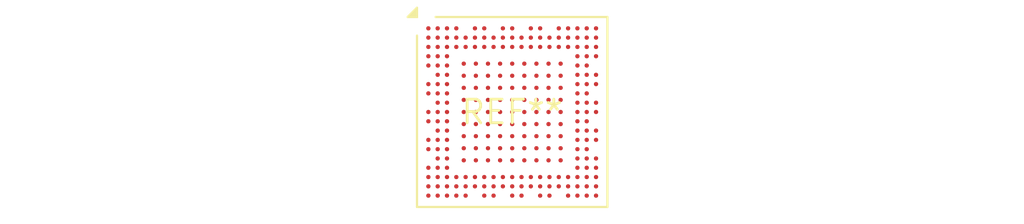
<source format=kicad_pcb>
(kicad_pcb (version 20240108) (generator pcbnew)
  (layers (0 "F.Cu" signal) (31 "B.Cu" signal) (34 "B.Paste" user) (35 "F.Paste" user) (36 "B.SilkS" user "B.Silkscreen") (37 "F.SilkS" user "F.Silkscreen") (38 "B.Mask" user) (39 "F.Mask" user) (44 "Edge.Cuts" user))
  (net 0 "")
  (footprint "ST_TFBGA-257_10x10mm_Layout19x19_P0.5mmP0.65mm" (layer "F.Cu") (at 0 0)
    (property "Reference" "REF**")
    (property "Value" "ST_TFBGA-257_10x10mm_Layout19x19_P0.5mmP0.65mm")
    (fp_line (start -5.11 5.11) (end -5.11 -4.11) (layer "F.SilkS") (stroke (width 0.12)))
    (fp_line (start -4.11 -5.11) (end 5.11 -5.11) (layer "F.SilkS") (stroke (width 0.12)))
    (fp_line (start 5.11 -5.11) (end 5.11 5.11) (layer "F.SilkS") (stroke (width 0.12)))
    (fp_line (start 5.11 5.11) (end -5.11 5.11) (layer "F.SilkS") (stroke (width 0.12)))
    (fp_poly (pts (xy -5.11 -5.11) (xy -5.61 -5.11) (xy -5.11 -5.61) (xy -5.11 -5.11)) (layer "F.SilkS") (stroke (width 0.12)) (fill solid))
    (pad "1A1" smd circle (at -2.6 -2.6) (size 0.23 0.23) (property pad_prop_bga) (layers "F.Cu" "F.Paste" "F.Mask"))
    (pad "1A2" smd circle (at -1.95 -2.6) (size 0.23 0.23) (property pad_prop_bga) (layers "F.Cu" "F.Paste" "F.Mask"))
    (pad "1A3" smd circle (at -1.3 -2.6) (size 0.23 0.23) (property pad_prop_bga) (layers "F.Cu" "F.Paste" "F.Mask"))
    (pad "1A4" smd circle (at -0.65 -2.6) (size 0.23 0.23) (property pad_prop_bga) (layers "F.Cu" "F.Paste" "F.Mask"))
    (pad "1A5" smd circle (at 0 -2.6) (size 0.23 0.23) (property pad_prop_bga) (layers "F.Cu" "F.Paste" "F.Mask"))
    (pad "1A6" smd circle (at 0.65 -2.6) (size 0.23 0.23) (property pad_prop_bga) (layers "F.Cu" "F.Paste" "F.Mask"))
    (pad "1A7" smd circle (at 1.3 -2.6) (size 0.23 0.23) (property pad_prop_bga) (layers "F.Cu" "F.Paste" "F.Mask"))
    (pad "1A8" smd circle (at 1.95 -2.6) (size 0.23 0.23) (property pad_prop_bga) (layers "F.Cu" "F.Paste" "F.Mask"))
    (pad "1A9" smd circle (at 2.6 -2.6) (size 0.23 0.23) (property pad_prop_bga) (layers "F.Cu" "F.Paste" "F.Mask"))
    (pad "1B1" smd circle (at -2.6 -1.95) (size 0.23 0.23) (property pad_prop_bga) (layers "F.Cu" "F.Paste" "F.Mask"))
    (pad "1B2" smd circle (at -1.95 -1.95) (size 0.23 0.23) (property pad_prop_bga) (layers "F.Cu" "F.Paste" "F.Mask"))
    (pad "1B3" smd circle (at -1.3 -1.95) (size 0.23 0.23) (property pad_prop_bga) (layers "F.Cu" "F.Paste" "F.Mask"))
    (pad "1B4" smd circle (at -0.65 -1.95) (size 0.23 0.23) (property pad_prop_bga) (layers "F.Cu" "F.Paste" "F.Mask"))
    (pad "1B5" smd circle (at 0 -1.95) (size 0.23 0.23) (property pad_prop_bga) (layers "F.Cu" "F.Paste" "F.Mask"))
    (pad "1B6" smd circle (at 0.65 -1.95) (size 0.23 0.23) (property pad_prop_bga) (layers "F.Cu" "F.Paste" "F.Mask"))
    (pad "1B7" smd circle (at 1.3 -1.95) (size 0.23 0.23) (property pad_prop_bga) (layers "F.Cu" "F.Paste" "F.Mask"))
    (pad "1B8" smd circle (at 1.95 -1.95) (size 0.23 0.23) (property pad_prop_bga) (layers "F.Cu" "F.Paste" "F.Mask"))
    (pad "1B9" smd circle (at 2.6 -1.95) (size 0.23 0.23) (property pad_prop_bga) (layers "F.Cu" "F.Paste" "F.Mask"))
    (pad "1C1" smd circle (at -2.6 -1.3) (size 0.23 0.23) (property pad_prop_bga) (layers "F.Cu" "F.Paste" "F.Mask"))
    (pad "1C2" smd circle (at -1.95 -1.3) (size 0.23 0.23) (property pad_prop_bga) (layers "F.Cu" "F.Paste" "F.Mask"))
    (pad "1C3" smd circle (at -1.3 -1.3) (size 0.23 0.23) (property pad_prop_bga) (layers "F.Cu" "F.Paste" "F.Mask"))
    (pad "1C4" smd circle (at -0.65 -1.3) (size 0.23 0.23) (property pad_prop_bga) (layers "F.Cu" "F.Paste" "F.Mask"))
    (pad "1C5" smd circle (at 0 -1.3) (size 0.23 0.23) (property pad_prop_bga) (layers "F.Cu" "F.Paste" "F.Mask"))
    (pad "1C6" smd circle (at 0.65 -1.3) (size 0.23 0.23) (property pad_prop_bga) (layers "F.Cu" "F.Paste" "F.Mask"))
    (pad "1C7" smd circle (at 1.3 -1.3) (size 0.23 0.23) (property pad_prop_bga) (layers "F.Cu" "F.Paste" "F.Mask"))
    (pad "1C8" smd circle (at 1.95 -1.3) (size 0.23 0.23) (property pad_prop_bga) (layers "F.Cu" "F.Paste" "F.Mask"))
    (pad "1C9" smd circle (at 2.6 -1.3) (size 0.23 0.23) (property pad_prop_bga) (layers "F.Cu" "F.Paste" "F.Mask"))
    (pad "1D1" smd circle (at -2.6 -0.65) (size 0.23 0.23) (property pad_prop_bga) (layers "F.Cu" "F.Paste" "F.Mask"))
    (pad "1D2" smd circle (at -1.95 -0.65) (size 0.23 0.23) (property pad_prop_bga) (layers "F.Cu" "F.Paste" "F.Mask"))
    (pad "1D3" smd circle (at -1.3 -0.65) (size 0.23 0.23) (property pad_prop_bga) (layers "F.Cu" "F.Paste" "F.Mask"))
    (pad "1D4" smd circle (at -0.65 -0.65) (size 0.23 0.23) (property pad_prop_bga) (layers "F.Cu" "F.Paste" "F.Mask"))
    (pad "1D5" smd circle (at 0 -0.65) (size 0.23 0.23) (property pad_prop_bga) (layers "F.Cu" "F.Paste" "F.Mask"))
    (pad "1D6" smd circle (at 0.65 -0.65) (size 0.23 0.23) (property pad_prop_bga) (layers "F.Cu" "F.Paste" "F.Mask"))
    (pad "1D7" smd circle (at 1.3 -0.65) (size 0.23 0.23) (property pad_prop_bga) (layers "F.Cu" "F.Paste" "F.Mask"))
    (pad "1D8" smd circle (at 1.95 -0.65) (size 0.23 0.23) (property pad_prop_bga) (layers "F.Cu" "F.Paste" "F.Mask"))
    (pad "1D9" smd circle (at 2.6 -0.65) (size 0.23 0.23) (property pad_prop_bga) (layers "F.Cu" "F.Paste" "F.Mask"))
    (pad "1E1" smd circle (at -2.6 0) (size 0.23 0.23) (property pad_prop_bga) (layers "F.Cu" "F.Paste" "F.Mask"))
    (pad "1E2" smd circle (at -1.95 0) (size 0.23 0.23) (property pad_prop_bga) (layers "F.Cu" "F.Paste" "F.Mask"))
    (pad "1E3" smd circle (at -1.3 0) (size 0.23 0.23) (property pad_prop_bga) (layers "F.Cu" "F.Paste" "F.Mask"))
    (pad "1E4" smd circle (at -0.65 0) (size 0.23 0.23) (property pad_prop_bga) (layers "F.Cu" "F.Paste" "F.Mask"))
    (pad "1E5" smd circle (at 0 0) (size 0.23 0.23) (property pad_prop_bga) (layers "F.Cu" "F.Paste" "F.Mask"))
    (pad "1E6" smd circle (at 0.65 0) (size 0.23 0.23) (property pad_prop_bga) (layers "F.Cu" "F.Paste" "F.Mask"))
    (pad "1E7" smd circle (at 1.3 0) (size 0.23 0.23) (property pad_prop_bga) (layers "F.Cu" "F.Paste" "F.Mask"))
    (pad "1E8" smd circle (at 1.95 0) (size 0.23 0.23) (property pad_prop_bga) (layers "F.Cu" "F.Paste" "F.Mask"))
    (pad "1E9" smd circle (at 2.6 0) (size 0.23 0.23) (property pad_prop_bga) (layers "F.Cu" "F.Paste" "F.Mask"))
    (pad "1F1" smd circle (at -2.6 0.65) (size 0.23 0.23) (property pad_prop_bga) (layers "F.Cu" "F.Paste" "F.Mask"))
    (pad "1F2" smd circle (at -1.95 0.65) (size 0.23 0.23) (property pad_prop_bga) (layers "F.Cu" "F.Paste" "F.Mask"))
    (pad "1F3" smd circle (at -1.3 0.65) (size 0.23 0.23) (property pad_prop_bga) (layers "F.Cu" "F.Paste" "F.Mask"))
    (pad "1F4" smd circle (at -0.65 0.65) (size 0.23 0.23) (property pad_prop_bga) (layers "F.Cu" "F.Paste" "F.Mask"))
    (pad "1F5" smd circle (at 0 0.65) (size 0.23 0.23) (property pad_prop_bga) (layers "F.Cu" "F.Paste" "F.Mask"))
    (pad "1F6" smd circle (at 0.65 0.65) (size 0.23 0.23) (property pad_prop_bga) (layers "F.Cu" "F.Paste" "F.Mask"))
    (pad "1F7" smd circle (at 1.3 0.65) (size 0.23 0.23) (property pad_prop_bga) (layers "F.Cu" "F.Paste" "F.Mask"))
    (pad "1F8" smd circle (at 1.95 0.65) (size 0.23 0.23) (property pad_prop_bga) (layers "F.Cu" "F.Paste" "F.Mask"))
    (pad "1F9" smd circle (at 2.6 0.65) (size 0.23 0.23) (property pad_prop_bga) (layers "F.Cu" "F.Paste" "F.Mask"))
    (pad "1G1" smd circle (at -2.6 1.3) (size 0.23 0.23) (property pad_prop_bga) (layers "F.Cu" "F.Paste" "F.Mask"))
    (pad "1G2" smd circle (at -1.95 1.3) (size 0.23 0.23) (property pad_prop_bga) (layers "F.Cu" "F.Paste" "F.Mask"))
    (pad "1G3" smd circle (at -1.3 1.3) (size 0.23 0.23) (property pad_prop_bga) (layers "F.Cu" "F.Paste" "F.Mask"))
    (pad "1G4" smd circle (at -0.65 1.3) (size 0.23 0.23) (property pad_prop_bga) (layers "F.Cu" "F.Paste" "F.Mask"))
    (pad "1G5" smd circle (at 0 1.3) (size 0.23 0.23) (property pad_prop_bga) (layers "F.Cu" "F.Paste" "F.Mask"))
    (pad "1G6" smd circle (at 0.65 1.3) (size 0.23 0.23) (property pad_prop_bga) (layers "F.Cu" "F.Paste" "F.Mask"))
    (pad "1G7" smd circle (at 1.3 1.3) (size 0.23 0.23) (property pad_prop_bga) (layers "F.Cu" "F.Paste" "F.Mask"))
    (pad "1G8" smd circle (at 1.95 1.3) (size 0.23 0.23) (property pad_prop_bga) (layers "F.Cu" "F.Paste" "F.Mask"))
    (pad "1G9" smd circle (at 2.6 1.3) (size 0.23 0.23) (property pad_prop_bga) (layers "F.Cu" "F.Paste" "F.Mask"))
    (pad "1H1" smd circle (at -2.6 1.95) (size 0.23 0.23) (property pad_prop_bga) (layers "F.Cu" "F.Paste" "F.Mask"))
    (pad "1H2" smd circle (at -1.95 1.95) (size 0.23 0.23) (property pad_prop_bga) (layers "F.Cu" "F.Paste" "F.Mask"))
    (pad "1H3" smd circle (at -1.3 1.95) (size 0.23 0.23) (property pad_prop_bga) (layers "F.Cu" "F.Paste" "F.Mask"))
    (pad "1H4" smd circle (at -0.65 1.95) (size 0.23 0.23) (property pad_prop_bga) (layers "F.Cu" "F.Paste" "F.Mask"))
    (pad "1H5" smd circle (at 0 1.95) (size 0.23 0.23) (property pad_prop_bga) (layers "F.Cu" "F.Paste" "F.Mask"))
    (pad "1H6" smd circle (at 0.65 1.95) (size 0.23 0.23) (property pad_prop_bga) (layers "F.Cu" "F.Paste" "F.Mask"))
    (pad "1H7" smd circle (at 1.3 1.95) (size 0.23 0.23) (property pad_prop_bga) (layers "F.Cu" "F.Paste" "F.Mask"))
    (pad "1H8" smd circle (at 1.95 1.95) (size 0.23 0.23) (property pad_prop_bga) (layers "F.Cu" "F.Paste" "F.Mask"))
    (pad "1H9" smd circle (at 2.6 1.95) (size 0.23 0.23) (property pad_prop_bga) (layers "F.Cu" "F.Paste" "F.Mask"))
    (pad "1J1" smd circle (at -2.6 2.6) (size 0.23 0.23) (property pad_prop_bga) (layers "F.Cu" "F.Paste" "F.Mask"))
    (pad "1J2" smd circle (at -1.95 2.6) (size 0.23 0.23) (property pad_prop_bga) (layers "F.Cu" "F.Paste" "F.Mask"))
    (pad "1J3" smd circle (at -1.3 2.6) (size 0.23 0.23) (property pad_prop_bga) (layers "F.Cu" "F.Paste" "F.Mask"))
    (pad "1J4" smd circle (at -0.65 2.6) (size 0.23 0.23) (property pad_prop_bga) (layers "F.Cu" "F.Paste" "F.Mask"))
    (pad "1J5" smd circle (at 0 2.6) (size 0.23 0.23) (property pad_prop_bga) (layers "F.Cu" "F.Paste" "F.Mask"))
    (pad "1J6" smd circle (at 0.65 2.6) (size 0.23 0.23) (property pad_prop_bga) (layers "F.Cu" "F.Paste" "F.Mask"))
    (pad "1J7" smd circle (at 1.3 2.6) (size 0.23 0.23) (property pad_prop_bga) (layers "F.Cu" "F.Paste" "F.Mask"))
    (pad "1J8" smd circle (at 1.95 2.6) (size 0.23 0.23) (property pad_prop_bga) (layers "F.Cu" "F.Paste" "F.Mask"))
    (pad "1J9" smd circle (at 2.6 2.6) (size 0.23 0.23) (property pad_prop_bga) (layers "F.Cu" "F.Paste" "F.Mask"))
    (pad "A1" smd circle (at -4.5 -4.5) (size 0.23 0.23) (property pad_prop_bga) (layers "F.Cu" "F.Paste" "F.Mask"))
    (pad "A2" smd circle (at -4 -4.5) (size 0.23 0.23) (property pad_prop_bga) (layers "F.Cu" "F.Paste" "F.Mask"))
    (pad "A3" smd circle (at -3.5 -4.5) (size 0.23 0.23) (property pad_prop_bga) (layers "F.Cu" "F.Paste" "F.Mask"))
    (pad "A4" smd circle (at -3 -4.5) (size 0.23 0.23) (property pad_prop_bga) (layers "F.Cu" "F.Paste" "F.Mask"))
    (pad "A6" smd circle (at -2 -4.5) (size 0.23 0.23) (property pad_prop_bga) (layers "F.Cu" "F.Paste" "F.Mask"))
    (pad "A7" smd circle (at -1.5 -4.5) (size 0.23 0.23) (property pad_prop_bga) (layers "F.Cu" "F.Paste" "F.Mask"))
    (pad "A9" smd circle (at -0.5 -4.5) (size 0.23 0.23) (property pad_prop_bga) (layers "F.Cu" "F.Paste" "F.Mask"))
    (pad "A10" smd circle (at 0 -4.5) (size 0.23 0.23) (property pad_prop_bga) (layers "F.Cu" "F.Paste" "F.Mask"))
    (pad "A12" smd circle (at 1 -4.5) (size 0.23 0.23) (property pad_prop_bga) (layers "F.Cu" "F.Paste" "F.Mask"))
    (pad "A13" smd circle (at 1.5 -4.5) (size 0.23 0.23) (property pad_prop_bga) (layers "F.Cu" "F.Paste" "F.Mask"))
    (pad "A15" smd circle (at 2.5 -4.5) (size 0.23 0.23) (property pad_prop_bga) (layers "F.Cu" "F.Paste" "F.Mask"))
    (pad "A16" smd circle (at 3 -4.5) (size 0.23 0.23) (property pad_prop_bga) (layers "F.Cu" "F.Paste" "F.Mask"))
    (pad "A17" smd circle (at 3.5 -4.5) (size 0.23 0.23) (property pad_prop_bga) (layers "F.Cu" "F.Paste" "F.Mask"))
    (pad "A18" smd circle (at 4 -4.5) (size 0.23 0.23) (property pad_prop_bga) (layers "F.Cu" "F.Paste" "F.Mask"))
    (pad "A19" smd circle (at 4.5 -4.5) (size 0.23 0.23) (property pad_prop_bga) (layers "F.Cu" "F.Paste" "F.Mask"))
    (pad "B1" smd circle (at -4.5 -4) (size 0.23 0.23) (property pad_prop_bga) (layers "F.Cu" "F.Paste" "F.Mask"))
    (pad "B2" smd circle (at -4 -4) (size 0.23 0.23) (property pad_prop_bga) (layers "F.Cu" "F.Paste" "F.Mask"))
    (pad "B3" smd circle (at -3.5 -4) (size 0.23 0.23) (property pad_prop_bga) (layers "F.Cu" "F.Paste" "F.Mask"))
    (pad "B4" smd circle (at -3 -4) (size 0.23 0.23) (property pad_prop_bga) (layers "F.Cu" "F.Paste" "F.Mask"))
    (pad "B5" smd circle (at -2.5 -4) (size 0.23 0.23) (property pad_prop_bga) (layers "F.Cu" "F.Paste" "F.Mask"))
    (pad "B6" smd circle (at -2 -4) (size 0.23 0.23) (property pad_prop_bga) (layers "F.Cu" "F.Paste" "F.Mask"))
    (pad "B7" smd circle (at -1.5 -4) (size 0.23 0.23) (property pad_prop_bga) (layers "F.Cu" "F.Paste" "F.Mask"))
    (pad "B8" smd circle (at -1 -4) (size 0.23 0.23) (property pad_prop_bga) (layers "F.Cu" "F.Paste" "F.Mask"))
    (pad "B9" smd circle (at -0.5 -4) (size 0.23 0.23) (property pad_prop_bga) (layers "F.Cu" "F.Paste" "F.Mask"))
    (pad "B10" smd circle (at 0 -4) (size 0.23 0.23) (property pad_prop_bga) (layers "F.Cu" "F.Paste" "F.Mask"))
    (pad "B11" smd circle (at 0.5 -4) (size 0.23 0.23) (property pad_prop_bga) (layers "F.Cu" "F.Paste" "F.Mask"))
    (pad "B12" smd circle (at 1 -4) (size 0.23 0.23) (property pad_prop_bga) (layers "F.Cu" "F.Paste" "F.Mask"))
    (pad "B13" smd circle (at 1.5 -4) (size 0.23 0.23) (property pad_prop_bga) (layers "F.Cu" "F.Paste" "F.Mask"))
    (pad "B14" smd circle (at 2 -4) (size 0.23 0.23) (property pad_prop_bga) (layers "F.Cu" "F.Paste" "F.Mask"))
    (pad "B15" smd circle (at 2.5 -4) (size 0.23 0.23) (property pad_prop_bga) (layers "F.Cu" "F.Paste" "F.Mask"))
    (pad "B16" smd circle (at 3 -4) (size 0.23 0.23) (property pad_prop_bga) (layers "F.Cu" "F.Paste" "F.Mask"))
    (pad "B17" smd circle (at 3.5 -4) (size 0.23 0.23) (property pad_prop_bga) (layers "F.Cu" "F.Paste" "F.Mask"))
    (pad "B18" smd circle (at 4 -4) (size 0.23 0.23) (property pad_prop_bga) (layers "F.Cu" "F.Paste" "F.Mask"))
    (pad "B19" smd circle (at 4.5 -4) (size 0.23 0.23) (property pad_prop_bga) (layers "F.Cu" "F.Paste" "F.Mask"))
    (pad "C1" smd circle (at -4.5 -3.5) (size 0.23 0.23) (property pad_prop_bga) (layers "F.Cu" "F.Paste" "F.Mask"))
    (pad "C2" smd circle (at -4 -3.5) (size 0.23 0.23) (property pad_prop_bga) (layers "F.Cu" "F.Paste" "F.Mask"))
    (pad "C3" smd circle (at -3.5 -3.5) (size 0.23 0.23) (property pad_prop_bga) (layers "F.Cu" "F.Paste" "F.Mask"))
    (pad "C4" smd circle (at -3 -3.5) (size 0.23 0.23) (property pad_prop_bga) (layers "F.Cu" "F.Paste" "F.Mask"))
    (pad "C5" smd circle (at -2.5 -3.5) (size 0.23 0.23) (property pad_prop_bga) (layers "F.Cu" "F.Paste" "F.Mask"))
    (pad "C6" smd circle (at -2 -3.5) (size 0.23 0.23) (property pad_prop_bga) (layers "F.Cu" "F.Paste" "F.Mask"))
    (pad "C7" smd circle (at -1.5 -3.5) (size 0.23 0.23) (property pad_prop_bga) (layers "F.Cu" "F.Paste" "F.Mask"))
    (pad "C8" smd circle (at -1 -3.5) (size 0.23 0.23) (property pad_prop_bga) (layers "F.Cu" "F.Paste" "F.Mask"))
    (pad "C9" smd circle (at -0.5 -3.5) (size 0.23 0.23) (property pad_prop_bga) (layers "F.Cu" "F.Paste" "F.Mask"))
    (pad "C10" smd circle (at 0 -3.5) (size 0.23 0.23) (property pad_prop_bga) (layers "F.Cu" "F.Paste" "F.Mask"))
    (pad "C11" smd circle (at 0.5 -3.5) (size 0.23 0.23) (property pad_prop_bga) (layers "F.Cu" "F.Paste" "F.Mask"))
    (pad "C12" smd circle (at 1 -3.5) (size 0.23 0.23) (property pad_prop_bga) (layers "F.Cu" "F.Paste" "F.Mask"))
    (pad "C13" smd circle (at 1.5 -3.5) (size 0.23 0.23) (property pad_prop_bga) (layers "F.Cu" "F.Paste" "F.Mask"))
    (pad "C14" smd circle (at 2 -3.5) (size 0.23 0.23) (property pad_prop_bga) (layers "F.Cu" "F.Paste" "F.Mask"))
    (pad "C15" smd circle (at 2.5 -3.5) (size 0.23 0.23) (property pad_prop_bga) (layers "F.Cu" "F.Paste" "F.Mask"))
    (pad "C16" smd circle (at 3 -3.5) (size 0.23 0.23) (property pad_prop_bga) (layers "F.Cu" "F.Paste" "F.Mask"))
    (pad "C17" smd circle (at 3.5 -3.5) (size 0.23 0.23) (property pad_prop_bga) (layers "F.Cu" "F.Paste" "F.Mask"))
    (pad "C18" smd circle (at 4 -3.5) (size 0.23 0.23) (property pad_prop_bga) (layers "F.Cu" "F.Paste" "F.Mask"))
    (pad "C19" smd circle (at 4.5 -3.5) (size 0.23 0.23) (property pad_prop_bga) (layers "F.Cu" "F.Paste" "F.Mask"))
    (pad "D1" smd circle (at -4.5 -3) (size 0.23 0.23) (property pad_prop_bga) (layers "F.Cu" "F.Paste" "F.Mask"))
    (pad "D2" smd circle (at -4 -3) (size 0.23 0.23) (property pad_prop_bga) (layers "F.Cu" "F.Paste" "F.Mask"))
    (pad "D3" smd circle (at -3.5 -3) (size 0.23 0.23) (property pad_prop_bga) (layers "F.Cu" "F.Paste" "F.Mask"))
    (pad "D17" smd circle (at 3.5 -3) (size 0.23 0.23) (property pad_prop_bga) (layers "F.Cu" "F.Paste" "F.Mask"))
    (pad "D18" smd circle (at 4 -3) (size 0.23 0.23) (property pad_prop_bga) (layers "F.Cu" "F.Paste" "F.Mask"))
    (pad "D19" smd circle (at 4.5 -3) (size 0.23 0.23) (property pad_prop_bga) (layers "F.Cu" "F.Paste" "F.Mask"))
    (pad "E1" smd circle (at -4.5 -2.5) (size 0.23 0.23) (property pad_prop_bga) (layers "F.Cu" "F.Paste" "F.Mask"))
    (pad "E2" smd circle (at -4 -2.5) (size 0.23 0.23) (property pad_prop_bga) (layers "F.Cu" "F.Paste" "F.Mask"))
    (pad "E3" smd circle (at -3.5 -2.5) (size 0.23 0.23) (property pad_prop_bga) (layers "F.Cu" "F.Paste" "F.Mask"))
    (pad "E17" smd circle (at 3.5 -2.5) (size 0.23 0.23) (property pad_prop_bga) (layers "F.Cu" "F.Paste" "F.Mask"))
    (pad "E18" smd circle (at 4 -2.5) (size 0.23 0.23) (property pad_prop_bga) (layers "F.Cu" "F.Paste" "F.Mask"))
    (pad "F2" smd circle (at -4 -2) (size 0.23 0.23) (property pad_prop_bga) (layers "F.Cu" "F.Paste" "F.Mask"))
    (pad "F3" smd circle (at -3.5 -2) (size 0.23 0.23) (property pad_prop_bga) (layers "F.Cu" "F.Paste" "F.Mask"))
    (pad "F17" smd circle (at 3.5 -2) (size 0.23 0.23) (property pad_prop_bga) (layers "F.Cu" "F.Paste" "F.Mask"))
    (pad "F18" smd circle (at 4 -2) (size 0.23 0.23) (property pad_prop_bga) (layers "F.Cu" "F.Paste" "F.Mask"))
    (pad "F19" smd circle (at 4.5 -2) (size 0.23 0.23) (property pad_prop_bga) (layers "F.Cu" "F.Paste" "F.Mask"))
    (pad "G1" smd circle (at -4.5 -1.5) (size 0.23 0.23) (property pad_prop_bga) (layers "F.Cu" "F.Paste" "F.Mask"))
    (pad "G2" smd circle (at -4 -1.5) (size 0.23 0.23) (property pad_prop_bga) (layers "F.Cu" "F.Paste" "F.Mask"))
    (pad "G3" smd circle (at -3.5 -1.5) (size 0.23 0.23) (property pad_prop_bga) (layers "F.Cu" "F.Paste" "F.Mask"))
    (pad "G17" smd circle (at 3.5 -1.5) (size 0.23 0.23) (property pad_prop_bga) (layers "F.Cu" "F.Paste" "F.Mask"))
    (pad "G18" smd circle (at 4 -1.5) (size 0.23 0.23) (property pad_prop_bga) (layers "F.Cu" "F.Paste" "F.Mask"))
    (pad "G19" smd circle (at 4.5 -1.5) (size 0.23 0.23) (property pad_prop_bga) (layers "F.Cu" "F.Paste" "F.Mask"))
    (pad "H1" smd circle (at -4.5 -1) (size 0.23 0.23) (property pad_prop_bga) (layers "F.Cu" "F.Paste" "F.Mask"))
    (pad "H2" smd circle (at -4 -1) (size 0.23 0.23) (property pad_prop_bga) (layers "F.Cu" "F.Paste" "F.Mask"))
    (pad "H3" smd circle (at -3.5 -1) (size 0.23 0.23) (property pad_prop_bga) (layers "F.Cu" "F.Paste" "F.Mask"))
    (pad "H17" smd circle (at 3.5 -1) (size 0.23 0.23) (property pad_prop_bga) (layers "F.Cu" "F.Paste" "F.Mask"))
    (pad "H18" smd circle (at 4 -1) (size 0.23 0.23) (property pad_prop_bga) (layers "F.Cu" "F.Paste" "F.Mask"))
    (pad "J2" smd circle (at -4 -0.5) (size 0.23 0.23) (property pad_prop_bga) (layers "F.Cu" "F.Paste" "F.Mask"))
    (pad "J3" smd circle (at -3.5 -0.5) (size 0.23 0.23) (property pad_prop_bga) (layers "F.Cu" "F.Paste" "F.Mask"))
    (pad "J17" smd circle (at 3.5 -0.5) (size 0.23 0.23) (property pad_prop_bga) (layers "F.Cu" "F.Paste" "F.Mask"))
    (pad "J18" smd circle (at 4 -0.5) (size 0.23 0.23) (property pad_prop_bga) (layers "F.Cu" "F.Paste" "F.Mask"))
    (pad "J19" smd circle (at 4.5 -0.5) (size 0.23 0.23) (property pad_prop_bga) (layers "F.Cu" "F.Paste" "F.Mask"))
    (pad "K1" smd circle (at -4.5 0) (size 0.23 0.23) (property pad_prop_bga) (layers "F.Cu" "F.Paste" "F.Mask"))
    (pad "K2" smd circle (at -4 0) (size 0.23 0.23) (property pad_prop_bga) (layers "F.Cu" "F.Paste" "F.Mask"))
    (pad "K3" smd circle (at -3.5 0) (size 0.23 0.23) (property pad_prop_bga) (layers "F.Cu" "F.Paste" "F.Mask"))
    (pad "K17" smd circle (at 3.5 0) (size 0.23 0.23) (property pad_prop_bga) (layers "F.Cu" "F.Paste" "F.Mask"))
    (pad "K18" smd circle (at 4 0) (size 0.23 0.23) (property pad_prop_bga) (layers "F.Cu" "F.Paste" "F.Mask"))
    (pad "K19" smd circle (at 4.5 0) (size 0.23 0.23) (property pad_prop_bga) (layers "F.Cu" "F.Paste" "F.Mask"))
    (pad "L1" smd circle (at -4.5 0.5) (size 0.23 0.23) (property pad_prop_bga) (layers "F.Cu" "F.Paste" "F.Mask"))
    (pad "L2" smd circle (at -4 0.5) (size 0.23 0.23) (property pad_prop_bga) (layers "F.Cu" "F.Paste" "F.Mask"))
    (pad "L3" smd circle (at -3.5 0.5) (size 0.23 0.23) (property pad_prop_bga) (layers "F.Cu" "F.Paste" "F.Mask"))
    (pad "L17" smd circle (at 3.5 0.5) (size 0.23 0.23) (property pad_prop_bga) (layers "F.Cu" "F.Paste" "F.Mask"))
    (pad "L18" smd circle (at 4 0.5) (size 0.23 0.23) (property pad_prop_bga) (layers "F.Cu" "F.Paste" "F.Mask"))
    (pad "M2" smd circle (at -4 1) (size 0.23 0.23) (property pad_prop_bga) (layers "F.Cu" "F.Paste" "F.Mask"))
    (pad "M3" smd circle (at -3.5 1) (size 0.23 0.23) (property pad_prop_bga) (layers "F.Cu" "F.Paste" "F.Mask"))
    (pad "M17" smd circle (at 3.5 1) (size 0.23 0.23) (property pad_prop_bga) (layers "F.Cu" "F.Paste" "F.Mask"))
    (pad "M18" smd circle (at 4 1) (size 0.23 0.23) (property pad_prop_bga) (layers "F.Cu" "F.Paste" "F.Mask"))
    (pad "M19" smd circle (at 4.5 1) (size 0.23 0.23) (property pad_prop_bga) (layers "F.Cu" "F.Paste" "F.Mask"))
    (pad "N1" smd circle (at -4.5 1.5) (size 0.23 0.23) (property pad_prop_bga) (layers "F.Cu" "F.Paste" "F.Mask"))
    (pad "N2" smd circle (at -4 1.5) (size 0.23 0.23) (property pad_prop_bga) (layers "F.Cu" "F.Paste" "F.Mask"))
    (pad "N3" smd circle (at -3.5 1.5) (size 0.23 0.23) (property pad_prop_bga) (layers "F.Cu" "F.Paste" "F.Mask"))
    (pad "N17" smd circle (at 3.5 1.5) (size 0.23 0.23) (property pad_prop_bga) (layers "F.Cu" "F.Paste" "F.Mask"))
    (pad "N18" smd circle (at 4 1.5) (size 0.23 0.23) (property pad_prop_bga) (layers "F.Cu" "F.Paste" "F.Mask"))
    (pad "N19" smd circle (at 4.5 1.5) (size 0.23 0.23) (property pad_prop_bga) (layers "F.Cu" "F.Paste" "F.Mask"))
    (pad "P1" smd circle (at -4.5 2) (size 0.23 0.23) (property pad_prop_bga) (layers "F.Cu" "F.Paste" "F.Mask"))
    (pad "P2" smd circle (at -4 2) (size 0.23 0.23) (property pad_prop_bga) (layers "F.Cu" "F.Paste" "F.Mask"))
    (pad "P3" smd circle (at -3.5 2) (size 0.23 0.23) (property pad_prop_bga) (layers "F.Cu" "F.Paste" "F.Mask"))
    (pad "P17" smd circle (at 3.5 2) (size 0.23 0.23) (property pad_prop_bga) (layers "F.Cu" "F.Paste" "F.Mask"))
    (pad "P18" smd circle (at 4 2) (size 0.23 0.23) (property pad_prop_bga) (layers "F.Cu" "F.Paste" "F.Mask"))
    (pad "R2" smd circle (at -4 2.5) (size 0.23 0.23) (property pad_prop_bga) (layers "F.Cu" "F.Paste" "F.Mask"))
    (pad "R3" smd circle (at -3.5 2.5) (size 0.23 0.23) (property pad_prop_bga) (layers "F.Cu" "F.Paste" "F.Mask"))
    (pad "R17" smd circle (at 3.5 2.5) (size 0.23 0.23) (property pad_prop_bga) (layers "F.Cu" "F.Paste" "F.Mask"))
    (pad "R18" smd circle (at 4 2.5) (size 0.23 0.23) (property pad_prop_bga) (layers "F.Cu" "F.Paste" "F.Mask"))
    (pad "R19" smd circle (at 4.5 2.5) (size 0.23 0.23) (property pad_prop_bga) (layers "F.Cu" "F.Paste" "F.Mask"))
    (pad "T1" smd circle (at -4.5 3) (size 0.23 0.23) (property pad_prop_bga) (layers "F.Cu" "F.Paste" "F.Mask"))
    (pad "T2" smd circle (at -4 3) (size 0.23 0.23) (property pad_prop_bga) (layers "F.Cu" "F.Paste" "F.Mask"))
    (pad "T3" smd circle (at -3.5 3) (size 0.23 0.23) (property pad_prop_bga) (layers "F.Cu" "F.Paste" "F.Mask"))
    (pad "T17" smd circle (at 3.5 3) (size 0.23 0.23) (property pad_prop_bga) (layers "F.Cu" "F.Paste" "F.Mask"))
    (pad "T18" smd circle (at 4 3) (size 0.23 0.23) (property pad_prop_bga) (layers "F.Cu" "F.Paste" "F.Mask"))
    (pad "T19" smd circle (at 4.5 3) (size 0.23 0.23) (property pad_prop_bga) (layers "F.Cu" "F.Paste" "F.Mask"))
    (pad "U1" smd circle (at -4.5 3.5) (size 0.23 0.23) (property pad_prop_bga) (layers "F.Cu" "F.Paste" "F.Mask"))
    (pad "U2" smd circle (at -4 3.5) (size 0.23 0.23) (property pad_prop_bga) (layers "F.Cu" "F.Paste" "F.Mask"))
    (pad "U3" smd circle (at -3.5 3.5) (size 0.23 0.23) (property pad_prop_bga) (layers "F.Cu" "F.Paste" "F.Mask"))
    (pad "U4" smd circle (at -3 3.5) (size 0.23 0.23) (property pad_prop_bga) (layers "F.Cu" "F.Paste" "F.Mask"))
    (pad "U5" smd circle (at -2.5 3.5) (size 0.23 0.23) (property pad_prop_bga) (layers "F.Cu" "F.Paste" "F.Mask"))
    (pad "U6" smd circle (at -2 3.5) (size 0.23 0.23) (property pad_prop_bga) (layers "F.Cu" "F.Paste" "F.Mask"))
    (pad "U7" smd circle (at -1.5 3.5) (size 0.23 0.23) (property pad_prop_bga) (layers "F.Cu" "F.Paste" "F.Mask"))
    (pad "U8" smd circle (at -1 3.5) (size 0.23 0.23) (property pad_prop_bga) (layers "F.Cu" "F.Paste" "F.Mask"))
    (pad "U9" smd circle (at -0.5 3.5) (size 0.23 0.23) (property pad_prop_bga) (layers "F.Cu" "F.Paste" "F.Mask"))
    (pad "U10" smd circle (at 0 3.5) (size 0.23 0.23) (property pad_prop_bga) (layers "F.Cu" "F.Paste" "F.Mask"))
    (pad "U11" smd circle (at 0.5 3.5) (size 0.23 0.23) (property pad_prop_bga) (layers "F.Cu" "F.Paste" "F.Mask"))
    (pad "U12" smd circle (at 1 3.5) (size 0.23 0.23) (property pad_prop_bga) (layers "F.Cu" "F.Paste" "F.Mask"))
    (pad "U13" smd circle (at 1.5 3.5) (size 0.23 0.23) (property pad_prop_bga) (layers "F.Cu" "F.Paste" "F.Mask"))
    (pad "U14" smd circle (at 2 3.5) (size 0.23 0.23) (property pad_prop_bga) (layers "F.Cu" "F.Paste" "F.Mask"))
    (pad "U15" smd circle (at 2.5 3.5) (size 0.23 0.23) (property pad_prop_bga) (layers "F.Cu" "F.Paste" "F.Mask"))
    (pad "U16" smd circle (at 3 3.5) (size 0.23 0.23) (property pad_prop_bga) (layers "F.Cu" "F.Paste" "F.Mask"))
    (pad "U17" smd circle (at 3.5 3.5) (size 0.23 0.23) (property pad_prop_bga) (layers "F.Cu" "F.Paste" "F.Mask"))
    (pad "U18" smd circle (at 4 3.5) (size 0.23 0.23) (property pad_prop_bga) (layers "F.Cu" "F.Paste" "F.Mask"))
    (pad "U19" smd circle (at 4.5 3.5) (size 0.23 0.23) (property pad_prop_bga) (layers "F.Cu" "F.Paste" "F.Mask"))
    (pad "V1" smd circle (at -4.5 4) (size 0.23 0.23) (property pad_prop_bga) (layers "F.Cu" "F.Paste" "F.Mask"))
    (pad "V2" smd circle (at -4 4) (size 0.23 0.23) (property pad_prop_bga) (layers "F.Cu" "F.Paste" "F.Mask"))
    (pad "V3" smd circle (at -3.5 4) (size 0.23 0.23) (property pad_prop_bga) (layers "F.Cu" "F.Paste" "F.Mask"))
    (pad "V4" smd circle (at -3 4) (size 0.23 0.23) (property pad_prop_bga) (layers "F.Cu" "F.Paste" "F.Mask"))
    (pad "V5" smd circle (at -2.5 4) (size 0.23 0.23) (property pad_prop_bga) (layers "F.Cu" "F.Paste" "F.Mask"))
    (pad "V6" smd circle (at -2 4) (size 0.23 0.23) (property pad_prop_bga) (layers "F.Cu" "F.Paste" "F.Mask"))
    (pad "V7" smd circle (at -1.5 4) (size 0.23 0.23) (property pad_prop_bga) (layers "F.Cu" "F.Paste" "F.Mask"))
    (pad "V8" smd circle (at -1 4) (size 0.23 0.23) (property pad_prop_bga) (layers "F.Cu" "F.Paste" "F.Mask"))
    (pad "V9" smd circle (at -0.5 4) (size 0.23 0.23) (property pad_prop_bga) (layers "F.Cu" "F.Paste" "F.Mask"))
    (pad "V10" smd circle (at 0 4) (size 0.23 0.23) (property pad_prop_bga) (layers "F.Cu" "F.Paste" "F.Mask"))
    (pad "V11" smd circle (at 0.5 4) (size 0.23 0.23) (property pad_prop_bga) (layers "F.Cu" "F.Paste" "F.Mask"))
    (pad "V12" smd circle (at 1 4) (size 0.23 0.23) (property pad_prop_bga) (layers "F.Cu" "F.Paste" "F.Mask"))
    (pad "V13" smd circle (at 1.5 4) (size 0.23 0.23) (property pad_prop_bga) (layers "F.Cu" "F.Paste" "F.Mask"))
    (pad "V14" smd circle (at 2 4) (size 0.23 0.23) (property pad_prop_bga) (layers "F.Cu" "F.Paste" "F.Mask"))
    (pad "V15" smd circle (at 2.5 4) (size 0.23 0.23) (property pad_prop_bga) (layers "F.Cu" "F.Paste" "F.Mask"))
    (pad "V16" smd circle (at 3 4) (size 0.23 0.23) (property pad_prop_bga) (layers "F.Cu" "F.Paste" "F.Mask"))
    (pad "V17" smd circle (at 3.5 4) (size 0.23 0.23) (property pad_prop_bga) (layers "F.Cu" "F.Paste" "F.Mask"))
    (pad "V18" smd circle (at 4 4) (size 0.23 0.23) (property pad_prop_bga) (layers "F.Cu" "F.Paste" "F.Mask"))
    (pad "V19" smd circle (at 4.5 4) (size 0.23 0.23) (property pad_prop_bga) (layers "F.Cu" "F.Paste" "F.Mask"))
    (pad "W1" smd circle (at -4.5 4.5) (size 0.23 0.23) (property pad_prop_bga) (layers "F.Cu" "F.Paste" "F.Mask"))
    (pad "W2" smd circle (at -4 4.5) (size 0.23 0.23) (property pad_prop_bga) (layers "F.Cu" "F.Paste" "F.Mask"))
    (pad "W3" smd circle (at -3.5 4.5) (size 0.23 0.23) (property pad_prop_bga) (layers "F.Cu" "F.Paste" "F.Mask"))
    (pad "W4" smd circle (at -3 4.5) (size 0.23 0.23) (property pad_prop_bga) (layers "F.Cu" "F.Paste" "F.Mask"))
    (pad "W5" smd circle (at -2.5 4.5) (size 0.23 0.23) (property pad_prop_bga) (layers "F.Cu" "F.Paste" "F.Mask"))
    (pad "W7" smd circle (at -1.5 4.5) (size 0.23 0.23) (property pad_prop_bga) (layers "F.Cu" "F.Paste" "F.Mask"))
    (pad "W8" smd circle (at -1 4.5) (size 0.23 0.23) (property pad_prop_bga) (layers "F.Cu" "F.Paste" "F.Mask"))
    (pad "W10" smd circle (at 0 4.5) (size 0.23 0.23) (property pad_prop_bga) (layers "F.Cu" "F.Paste" "F.Mask"))
    (pad "W11" smd circle (at 0.5 4.5) (size 0.23 0.23) (property pad_prop_bga) (layers "F.Cu" "F.Paste" "F.Mask"))
    (pad "W13" smd circle (at 1.5 4.5) (size 0.23 0.23) (property pad_prop_bga) (layers "F.Cu" "F.Paste" "F.Mask"))
    (pad "W14" smd circle (at 2 4.5) (size 0.23 0.23) (property pad_prop_bga) (layers "F.Cu" "F.Paste" "F.Mask"))
    (pad "W16" smd circle (at 3 4.5) (size 0.23 0.23) (property pad_prop_bga) (layers "F.Cu" "F.Paste" "F.Mask"))
    (pad "W17" smd circle (at 3.5 4.5) (size 0.23 0.23) (property pad_prop_bga) (layers "F.Cu" "F.Paste" "F.Mask"))
    (pad "W18" smd circle (at 4 4.5) (size 0.23 0.23) (property pad_prop_bga) (layers "F.Cu" "F.Paste" "F.Mask"))
    (pad "W19" smd circle (at 4.5 4.5) (size 0.23 0.23) (property pad_prop_bga) (layers "F.Cu" "F.Paste" "F.Mask"))
  )
)
</source>
